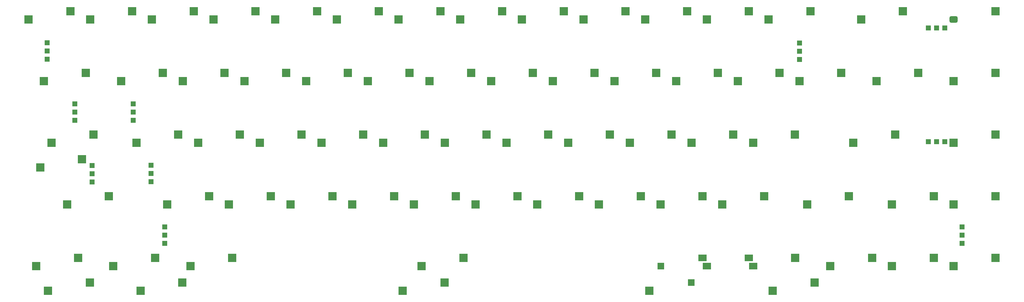
<source format=gbr>
%TF.GenerationSoftware,KiCad,Pcbnew,(6.0.6)*%
%TF.CreationDate,2023-05-08T18:10:17+05:30*%
%TF.ProjectId,discipline-pcb,64697363-6970-46c6-996e-652d7063622e,rev?*%
%TF.SameCoordinates,Original*%
%TF.FileFunction,Paste,Bot*%
%TF.FilePolarity,Positive*%
%FSLAX46Y46*%
G04 Gerber Fmt 4.6, Leading zero omitted, Abs format (unit mm)*
G04 Created by KiCad (PCBNEW (6.0.6)) date 2023-05-08 18:10:17*
%MOMM*%
%LPD*%
G01*
G04 APERTURE LIST*
G04 Aperture macros list*
%AMRoundRect*
0 Rectangle with rounded corners*
0 $1 Rounding radius*
0 $2 $3 $4 $5 $6 $7 $8 $9 X,Y pos of 4 corners*
0 Add a 4 corners polygon primitive as box body*
4,1,4,$2,$3,$4,$5,$6,$7,$8,$9,$2,$3,0*
0 Add four circle primitives for the rounded corners*
1,1,$1+$1,$2,$3*
1,1,$1+$1,$4,$5*
1,1,$1+$1,$6,$7*
1,1,$1+$1,$8,$9*
0 Add four rect primitives between the rounded corners*
20,1,$1+$1,$2,$3,$4,$5,0*
20,1,$1+$1,$4,$5,$6,$7,0*
20,1,$1+$1,$6,$7,$8,$9,0*
20,1,$1+$1,$8,$9,$2,$3,0*%
G04 Aperture macros list end*
%ADD10R,2.550000X2.500000*%
%ADD11RoundRect,0.500000X-0.775000X-0.500000X0.775000X-0.500000X0.775000X0.500000X-0.775000X0.500000X0*%
%ADD12R,2.100000X2.100000*%
%ADD13R,2.550000X2.100000*%
%ADD14R,1.524000X1.524000*%
G04 APERTURE END LIST*
D10*
%TO.C,SW1*%
X69180710Y-89691210D03*
X56253710Y-92231210D03*
%TD*%
%TO.C,SW2*%
X88230710Y-89691210D03*
X75303710Y-92231210D03*
%TD*%
%TO.C,SW3*%
X107280710Y-89691210D03*
X94353710Y-92231210D03*
%TD*%
%TO.C,SW4*%
X126330710Y-89691210D03*
X113403710Y-92231210D03*
%TD*%
%TO.C,SW5*%
X145380710Y-89691210D03*
X132453710Y-92231210D03*
%TD*%
%TO.C,SW6*%
X164430710Y-89691210D03*
X151503710Y-92231210D03*
%TD*%
%TO.C,SW7*%
X183480710Y-89691210D03*
X170553710Y-92231210D03*
%TD*%
%TO.C,SW8*%
X202530710Y-89691210D03*
X189603710Y-92231210D03*
%TD*%
%TO.C,SW9*%
X221580710Y-89691210D03*
X208653710Y-92231210D03*
%TD*%
%TO.C,SW10*%
X240630710Y-89691210D03*
X227703710Y-92231210D03*
%TD*%
%TO.C,SW11*%
X259680710Y-89691210D03*
X246753710Y-92231210D03*
%TD*%
%TO.C,SW12*%
X278730710Y-89691210D03*
X265803710Y-92231210D03*
%TD*%
%TO.C,SW13*%
X297780710Y-89691210D03*
X284853710Y-92231210D03*
%TD*%
%TO.C,SW15*%
X354930710Y-89691210D03*
D11*
X342003710Y-92231210D03*
%TD*%
D10*
%TO.C,SW17*%
X97755710Y-108741210D03*
X84828710Y-111281210D03*
%TD*%
%TO.C,SW18*%
X116805710Y-108741210D03*
X103878710Y-111281210D03*
%TD*%
%TO.C,SW19*%
X135855710Y-108741210D03*
X122928710Y-111281210D03*
%TD*%
%TO.C,SW20*%
X154905710Y-108741210D03*
X141978710Y-111281210D03*
%TD*%
%TO.C,SW21*%
X173955710Y-108741210D03*
X161028710Y-111281210D03*
%TD*%
%TO.C,SW22*%
X193005710Y-108741210D03*
X180078710Y-111281210D03*
%TD*%
%TO.C,SW23*%
X212055710Y-108741210D03*
X199128710Y-111281210D03*
%TD*%
%TO.C,SW24*%
X231105710Y-108741210D03*
X218178710Y-111281210D03*
%TD*%
%TO.C,SW25*%
X250155710Y-108741210D03*
X237228710Y-111281210D03*
%TD*%
%TO.C,SW26*%
X269205710Y-108741210D03*
X256278710Y-111281210D03*
%TD*%
%TO.C,SW27*%
X288255710Y-108741210D03*
X275328710Y-111281210D03*
%TD*%
%TO.C,SW28*%
X307305710Y-108741210D03*
X294378710Y-111281210D03*
%TD*%
%TO.C,SW30*%
X354930710Y-108741210D03*
X342003710Y-111281210D03*
%TD*%
%TO.C,SW32*%
X102518210Y-127791210D03*
X89591210Y-130331210D03*
%TD*%
%TO.C,SW33*%
X121568210Y-127791210D03*
X108641210Y-130331210D03*
%TD*%
%TO.C,SW34*%
X140618210Y-127791210D03*
X127691210Y-130331210D03*
%TD*%
%TO.C,SW35*%
X159667710Y-127791210D03*
X146740710Y-130331210D03*
%TD*%
%TO.C,SW36*%
X178717710Y-127791210D03*
X165790710Y-130331210D03*
%TD*%
%TO.C,SW37*%
X197767710Y-127791210D03*
X184840710Y-130331210D03*
%TD*%
%TO.C,SW38*%
X216817710Y-127791210D03*
X203890710Y-130331210D03*
%TD*%
%TO.C,SW39*%
X235867710Y-127791210D03*
X222940710Y-130331210D03*
%TD*%
%TO.C,SW40*%
X254917710Y-127791210D03*
X241990710Y-130331210D03*
%TD*%
%TO.C,SW41*%
X273967710Y-127791210D03*
X261040710Y-130331210D03*
%TD*%
%TO.C,SW42*%
X293017710Y-127791210D03*
X280090710Y-130331210D03*
%TD*%
%TO.C,SW44*%
X354930710Y-127791210D03*
X342003710Y-130331210D03*
%TD*%
%TO.C,SW46*%
X112043210Y-146841210D03*
X99116210Y-149381210D03*
%TD*%
%TO.C,SW47*%
X131093210Y-146841210D03*
X118166210Y-149381210D03*
%TD*%
%TO.C,SW48*%
X150143210Y-146841210D03*
X137216210Y-149381210D03*
%TD*%
%TO.C,SW49*%
X169193710Y-146841210D03*
X156266710Y-149381210D03*
%TD*%
%TO.C,SW50*%
X188243710Y-146841210D03*
X175316710Y-149381210D03*
%TD*%
%TO.C,SW51*%
X207293710Y-146841210D03*
X194366710Y-149381210D03*
%TD*%
%TO.C,SW52*%
X226343710Y-146841210D03*
X213416710Y-149381210D03*
%TD*%
%TO.C,SW53*%
X245393710Y-146841210D03*
X232466710Y-149381210D03*
%TD*%
%TO.C,SW54*%
X264443710Y-146841210D03*
X251516710Y-149381210D03*
%TD*%
%TO.C,SW55*%
X283493710Y-146841210D03*
X270566710Y-149381210D03*
%TD*%
%TO.C,SW57*%
X335880710Y-146841210D03*
X322953710Y-149381210D03*
%TD*%
%TO.C,SW58*%
X354930710Y-146841210D03*
X342003710Y-149381210D03*
%TD*%
%TO.C,SW62*%
X190624710Y-165891210D03*
X177697710Y-168431210D03*
%TD*%
%TO.C,SW65*%
X316830710Y-165891210D03*
X303903710Y-168431210D03*
%TD*%
%TO.C,SW66*%
X335880710Y-165891210D03*
X322953710Y-168431210D03*
%TD*%
%TO.C,SW67*%
X354930710Y-165891210D03*
X342003710Y-168431210D03*
%TD*%
%TO.C,SW14*%
X326355710Y-89691210D03*
X313428710Y-92231210D03*
%TD*%
%TO.C,SW29*%
X331117710Y-108741210D03*
X318190710Y-111281210D03*
%TD*%
%TO.C,SW31*%
X76324510Y-127781080D03*
X63397510Y-130321080D03*
%TD*%
%TO.C,SW43*%
X323974710Y-127791210D03*
X311047710Y-130331210D03*
%TD*%
%TO.C,SW45*%
X81086910Y-146841210D03*
X68159910Y-149381210D03*
%TD*%
%TO.C,SW56*%
X309686710Y-146841210D03*
X296759710Y-149381210D03*
%TD*%
%TO.C,SW59*%
X58634910Y-168421080D03*
X71561910Y-165881080D03*
%TD*%
%TO.C,SW60*%
X82447510Y-168431210D03*
X95374510Y-165891210D03*
%TD*%
%TO.C,SW61*%
X106259910Y-168421080D03*
X119186910Y-165881080D03*
%TD*%
%TO.C,SW68*%
X286136988Y-176041080D03*
X299063988Y-173501080D03*
%TD*%
D12*
%TO.C,SW63*%
X260953344Y-173501080D03*
D10*
X248026344Y-176041080D03*
%TD*%
D13*
%TO.C,SW64*%
X265838666Y-168431210D03*
X278765666Y-165891210D03*
%TD*%
D10*
%TO.C,SW69*%
X72804960Y-135401080D03*
X59877960Y-137941080D03*
%TD*%
%TO.C,SW70*%
X62259160Y-176041080D03*
X75186160Y-173501080D03*
%TD*%
%TO.C,SW71*%
X90858491Y-176047279D03*
X103785491Y-173507279D03*
%TD*%
%TO.C,SW72*%
X171823033Y-176059100D03*
X184750033Y-173519100D03*
%TD*%
D13*
%TO.C,SW73*%
X264483396Y-165891210D03*
D12*
X251556396Y-168431210D03*
%TD*%
D10*
%TO.C,SW74*%
X293039588Y-165891210D03*
D13*
X280112588Y-168431210D03*
%TD*%
D10*
%TO.C,SW16*%
X73943210Y-108741210D03*
X61016210Y-111281210D03*
%TD*%
D14*
%TO.C,J2*%
X61980000Y-104510000D03*
X61980000Y-101970000D03*
X61980000Y-99430000D03*
%TD*%
%TO.C,J2*%
X334253840Y-94843600D03*
X336793840Y-94843600D03*
X339333840Y-94843600D03*
%TD*%
%TO.C,J2*%
X334253840Y-130002280D03*
X336793840Y-130002280D03*
X339333840Y-130002280D03*
%TD*%
%TO.C,J2*%
X344644980Y-156347160D03*
X344644980Y-158887160D03*
X344644980Y-161427160D03*
%TD*%
%TO.C,J2*%
X98295460Y-156347160D03*
X98295460Y-158887160D03*
X98295460Y-161427160D03*
%TD*%
%TO.C,J2*%
X75930760Y-137332720D03*
X75930760Y-139872720D03*
X75930760Y-142412720D03*
%TD*%
%TO.C,J2*%
X94101920Y-137320020D03*
X94101920Y-139860020D03*
X94101920Y-142400020D03*
%TD*%
%TO.C,J2*%
X70530720Y-118338600D03*
X70530720Y-120878600D03*
X70530720Y-123418600D03*
%TD*%
%TO.C,J2*%
X88600280Y-118333520D03*
X88600280Y-120873520D03*
X88600280Y-123413520D03*
%TD*%
%TO.C,J2*%
X294450000Y-104627680D03*
X294450000Y-102087680D03*
X294450000Y-99547680D03*
%TD*%
M02*

</source>
